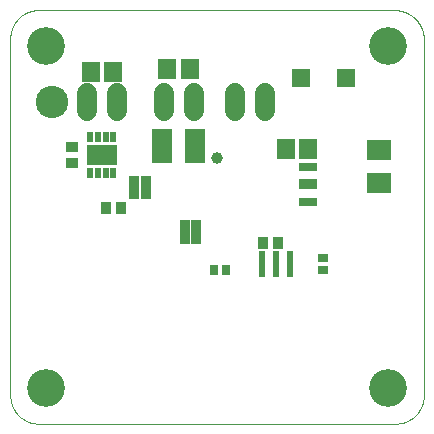
<source format=gbs>
G04 EAGLE Gerber RS-274X export*
G75*
%MOMM*%
%FSLAX35Y35*%
%LPD*%
%INsolder_mask_bottom*%
%IPPOS*%
%AMOC8*
5,1,8,0,0,1.08239X$1,22.5*%
G01*
%ADD10C,0.000000*%
%ADD11R,1.503200X1.703200*%
%ADD12R,1.103200X0.903200*%
%ADD13R,0.903200X1.103200*%
%ADD14R,1.603200X1.603200*%
%ADD15R,2.603200X1.703200*%
%ADD16R,0.553200X0.853200*%
%ADD17R,1.803200X2.903200*%
%ADD18C,1.703200*%
%ADD19R,0.603200X2.203200*%
%ADD20R,0.903200X0.803200*%
%ADD21R,2.003200X1.803200*%
%ADD22R,0.803200X0.903200*%
%ADD23C,2.743200*%
%ADD24R,0.853200X0.503200*%
%ADD25R,1.603200X0.773200*%
%ADD26R,1.603200X0.853200*%
%ADD27C,3.203200*%
%ADD28C,1.003200*%


D10*
X250000Y0D02*
X3250000Y0D01*
X3500000Y225000D02*
X3500000Y3275000D01*
X3225000Y3500000D02*
X250000Y3500000D01*
X0Y3275000D02*
X0Y225000D01*
X0Y3275000D02*
X371Y3280735D01*
X881Y3286460D01*
X1529Y3292170D01*
X2315Y3297864D01*
X3238Y3303536D01*
X4298Y3309185D01*
X5494Y3314806D01*
X6826Y3320397D01*
X8292Y3325954D01*
X9892Y3331474D01*
X11626Y3336954D01*
X13491Y3342390D01*
X15487Y3347780D01*
X17612Y3353120D01*
X19866Y3358406D01*
X22247Y3363637D01*
X24754Y3368809D01*
X27385Y3373919D01*
X30138Y3378963D01*
X33013Y3383940D01*
X36007Y3388846D01*
X39119Y3393678D01*
X42347Y3398433D01*
X45688Y3403109D01*
X49142Y3407703D01*
X52706Y3412212D01*
X56377Y3416633D01*
X60154Y3420965D01*
X64035Y3425204D01*
X68018Y3429348D01*
X72099Y3433395D01*
X76276Y3437342D01*
X80548Y3441186D01*
X84912Y3444927D01*
X89365Y3448561D01*
X93904Y3452086D01*
X98527Y3455500D01*
X103231Y3458802D01*
X108014Y3461989D01*
X112872Y3465060D01*
X117803Y3468012D01*
X122804Y3470844D01*
X127872Y3473555D01*
X133003Y3476142D01*
X138196Y3478605D01*
X143447Y3480942D01*
X148753Y3483150D01*
X154111Y3485230D01*
X159517Y3487180D01*
X164969Y3488999D01*
X170463Y3490686D01*
X175997Y3492239D01*
X181566Y3493658D01*
X187168Y3494942D01*
X192799Y3496090D01*
X198457Y3497102D01*
X204137Y3497977D01*
X209837Y3498715D01*
X215553Y3499314D01*
X221281Y3499775D01*
X227020Y3500098D01*
X232764Y3500282D01*
X238511Y3500327D01*
X244257Y3500233D01*
X250000Y3500000D01*
X3225000Y3500000D02*
X3231143Y3500538D01*
X3237297Y3500926D01*
X3243459Y3501162D01*
X3249625Y3501247D01*
X3255791Y3501180D01*
X3261953Y3500962D01*
X3268109Y3500594D01*
X3274253Y3500074D01*
X3280383Y3499403D01*
X3286494Y3498582D01*
X3292584Y3497612D01*
X3298648Y3496492D01*
X3304682Y3495224D01*
X3310684Y3493808D01*
X3316649Y3492246D01*
X3322574Y3490537D01*
X3328455Y3488684D01*
X3334289Y3486686D01*
X3340072Y3484546D01*
X3345801Y3482265D01*
X3351472Y3479844D01*
X3357083Y3477285D01*
X3362628Y3474588D01*
X3368106Y3471757D01*
X3373512Y3468792D01*
X3378845Y3465694D01*
X3384099Y3462467D01*
X3389273Y3459113D01*
X3394363Y3455632D01*
X3399366Y3452027D01*
X3404279Y3448300D01*
X3409099Y3444454D01*
X3413823Y3440491D01*
X3418449Y3436414D01*
X3422973Y3432224D01*
X3427393Y3427924D01*
X3431706Y3423517D01*
X3435909Y3419005D01*
X3440001Y3414392D01*
X3443978Y3409679D01*
X3447839Y3404871D01*
X3451580Y3399969D01*
X3455199Y3394977D01*
X3458695Y3389897D01*
X3462066Y3384733D01*
X3465309Y3379489D01*
X3468422Y3374166D01*
X3471403Y3368768D01*
X3474251Y3363299D01*
X3476964Y3357761D01*
X3479540Y3352159D01*
X3481978Y3346495D01*
X3484276Y3340773D01*
X3486433Y3334996D01*
X3488448Y3329168D01*
X3490319Y3323292D01*
X3492045Y3317372D01*
X3493626Y3311412D01*
X3495060Y3305415D01*
X3496346Y3299384D01*
X3497484Y3293323D01*
X3498472Y3287237D01*
X3499311Y3281128D01*
X3500000Y3275000D01*
X3500000Y225000D02*
X3499629Y219265D01*
X3499119Y213540D01*
X3498471Y207830D01*
X3497685Y202136D01*
X3496762Y196464D01*
X3495702Y190815D01*
X3494506Y185194D01*
X3493174Y179603D01*
X3491708Y174046D01*
X3490108Y168526D01*
X3488374Y163046D01*
X3486509Y157610D01*
X3484513Y152220D01*
X3482388Y146880D01*
X3480134Y141594D01*
X3477753Y136363D01*
X3475246Y131191D01*
X3472615Y126081D01*
X3469862Y121037D01*
X3466987Y116060D01*
X3463993Y111154D01*
X3460881Y106322D01*
X3457653Y101567D01*
X3454312Y96891D01*
X3450858Y92297D01*
X3447294Y87788D01*
X3443623Y83367D01*
X3439846Y79035D01*
X3435965Y74796D01*
X3431982Y70652D01*
X3427901Y66605D01*
X3423724Y62658D01*
X3419452Y58814D01*
X3415088Y55073D01*
X3410635Y51439D01*
X3406096Y47914D01*
X3401473Y44500D01*
X3396769Y41198D01*
X3391986Y38011D01*
X3387128Y34940D01*
X3382197Y31988D01*
X3377196Y29156D01*
X3372128Y26445D01*
X3366997Y23858D01*
X3361804Y21395D01*
X3356553Y19058D01*
X3351247Y16850D01*
X3345889Y14770D01*
X3340483Y12820D01*
X3335031Y11001D01*
X3329537Y9314D01*
X3324003Y7761D01*
X3318434Y6342D01*
X3312832Y5058D01*
X3307201Y3910D01*
X3301543Y2898D01*
X3295863Y2023D01*
X3290163Y1285D01*
X3284447Y686D01*
X3278719Y225D01*
X3272980Y-98D01*
X3267236Y-282D01*
X3261489Y-327D01*
X3255743Y-233D01*
X3250000Y0D01*
X250000Y0D02*
X244257Y-233D01*
X238511Y-327D01*
X232764Y-282D01*
X227020Y-98D01*
X221281Y225D01*
X215553Y686D01*
X209837Y1285D01*
X204137Y2023D01*
X198457Y2898D01*
X192799Y3910D01*
X187168Y5058D01*
X181566Y6342D01*
X175997Y7761D01*
X170463Y9314D01*
X164969Y11001D01*
X159517Y12820D01*
X154111Y14770D01*
X148753Y16850D01*
X143447Y19058D01*
X138196Y21395D01*
X133003Y23858D01*
X127872Y26445D01*
X122804Y29156D01*
X117803Y31988D01*
X112872Y34940D01*
X108014Y38011D01*
X103231Y41198D01*
X98527Y44500D01*
X93904Y47914D01*
X89365Y51439D01*
X84912Y55073D01*
X80548Y58814D01*
X76276Y62658D01*
X72099Y66605D01*
X68018Y70652D01*
X64035Y74796D01*
X60154Y79035D01*
X56377Y83367D01*
X52706Y87788D01*
X49142Y92297D01*
X45688Y96891D01*
X42347Y101567D01*
X39119Y106322D01*
X36007Y111154D01*
X33013Y116060D01*
X30138Y121037D01*
X27385Y126081D01*
X24754Y131191D01*
X22247Y136363D01*
X19866Y141594D01*
X17612Y146880D01*
X15487Y152220D01*
X13491Y157610D01*
X11626Y163046D01*
X9892Y168526D01*
X8292Y174046D01*
X6826Y179603D01*
X5494Y185194D01*
X4298Y190815D01*
X3238Y196464D01*
X2315Y202136D01*
X1529Y207830D01*
X881Y213540D01*
X371Y219265D01*
X0Y225000D01*
X3225000Y3500000D02*
X3231143Y3500538D01*
X3237297Y3500926D01*
X3243459Y3501162D01*
X3249625Y3501247D01*
X3255791Y3501180D01*
X3261953Y3500962D01*
X3268109Y3500594D01*
X3274253Y3500074D01*
X3280383Y3499403D01*
X3286494Y3498582D01*
X3292584Y3497612D01*
X3298648Y3496492D01*
X3304682Y3495224D01*
X3310684Y3493808D01*
X3316649Y3492246D01*
X3322574Y3490537D01*
X3328455Y3488684D01*
X3334289Y3486686D01*
X3340072Y3484546D01*
X3345801Y3482265D01*
X3351472Y3479844D01*
X3357083Y3477285D01*
X3362628Y3474588D01*
X3368106Y3471757D01*
X3373512Y3468792D01*
X3378845Y3465694D01*
X3384099Y3462467D01*
X3389273Y3459113D01*
X3394363Y3455632D01*
X3399366Y3452027D01*
X3404279Y3448300D01*
X3409099Y3444454D01*
X3413823Y3440491D01*
X3418449Y3436414D01*
X3422973Y3432224D01*
X3427393Y3427924D01*
X3431706Y3423517D01*
X3435909Y3419005D01*
X3440001Y3414392D01*
X3443978Y3409679D01*
X3447839Y3404871D01*
X3451580Y3399969D01*
X3455199Y3394977D01*
X3458695Y3389897D01*
X3462066Y3384733D01*
X3465309Y3379489D01*
X3468422Y3374166D01*
X3471403Y3368768D01*
X3474251Y3363299D01*
X3476964Y3357761D01*
X3479540Y3352159D01*
X3481978Y3346495D01*
X3484276Y3340773D01*
X3486433Y3334996D01*
X3488448Y3329168D01*
X3490319Y3323292D01*
X3492045Y3317372D01*
X3493626Y3311412D01*
X3495060Y3305415D01*
X3496346Y3299384D01*
X3497484Y3293323D01*
X3498472Y3287237D01*
X3499311Y3281128D01*
X3500000Y3275000D01*
X3500000Y225000D02*
X3499629Y219265D01*
X3499119Y213540D01*
X3498471Y207830D01*
X3497685Y202136D01*
X3496762Y196464D01*
X3495702Y190815D01*
X3494506Y185194D01*
X3493174Y179603D01*
X3491708Y174046D01*
X3490108Y168526D01*
X3488374Y163046D01*
X3486509Y157610D01*
X3484513Y152220D01*
X3482388Y146880D01*
X3480134Y141594D01*
X3477753Y136363D01*
X3475246Y131191D01*
X3472615Y126081D01*
X3469862Y121037D01*
X3466987Y116060D01*
X3463993Y111154D01*
X3460881Y106322D01*
X3457653Y101567D01*
X3454312Y96891D01*
X3450858Y92297D01*
X3447294Y87788D01*
X3443623Y83367D01*
X3439846Y79035D01*
X3435965Y74796D01*
X3431982Y70652D01*
X3427901Y66605D01*
X3423724Y62658D01*
X3419452Y58814D01*
X3415088Y55073D01*
X3410635Y51439D01*
X3406096Y47914D01*
X3401473Y44500D01*
X3396769Y41198D01*
X3391986Y38011D01*
X3387128Y34940D01*
X3382197Y31988D01*
X3377196Y29156D01*
X3372128Y26445D01*
X3366997Y23858D01*
X3361804Y21395D01*
X3356553Y19058D01*
X3351247Y16850D01*
X3345889Y14770D01*
X3340483Y12820D01*
X3335031Y11001D01*
X3329537Y9314D01*
X3324003Y7761D01*
X3318434Y6342D01*
X3312832Y5058D01*
X3307201Y3910D01*
X3301543Y2898D01*
X3295863Y2023D01*
X3290163Y1285D01*
X3284447Y686D01*
X3278719Y225D01*
X3272980Y-98D01*
X3267236Y-282D01*
X3261489Y-327D01*
X3255743Y-233D01*
X3250000Y0D01*
X250000Y0D02*
X244257Y-233D01*
X238511Y-327D01*
X232764Y-282D01*
X227020Y-98D01*
X221281Y225D01*
X215553Y686D01*
X209837Y1285D01*
X204137Y2023D01*
X198457Y2898D01*
X192799Y3910D01*
X187168Y5058D01*
X181566Y6342D01*
X175997Y7761D01*
X170463Y9314D01*
X164969Y11001D01*
X159517Y12820D01*
X154111Y14770D01*
X148753Y16850D01*
X143447Y19058D01*
X138196Y21395D01*
X133003Y23858D01*
X127872Y26445D01*
X122804Y29156D01*
X117803Y31988D01*
X112872Y34940D01*
X108014Y38011D01*
X103231Y41198D01*
X98527Y44500D01*
X93904Y47914D01*
X89365Y51439D01*
X84912Y55073D01*
X80548Y58814D01*
X76276Y62658D01*
X72099Y66605D01*
X68018Y70652D01*
X64035Y74796D01*
X60154Y79035D01*
X56377Y83367D01*
X52706Y87788D01*
X49142Y92297D01*
X45688Y96891D01*
X42347Y101567D01*
X39119Y106322D01*
X36007Y111154D01*
X33013Y116060D01*
X30138Y121037D01*
X27385Y126081D01*
X24754Y131191D01*
X22247Y136363D01*
X19866Y141594D01*
X17612Y146880D01*
X15487Y152220D01*
X13491Y157610D01*
X11626Y163046D01*
X9892Y168526D01*
X8292Y174046D01*
X6826Y179603D01*
X5494Y185194D01*
X4298Y190815D01*
X3238Y196464D01*
X2315Y202136D01*
X1529Y207830D01*
X881Y213540D01*
X371Y219265D01*
X0Y225000D01*
D11*
X1330000Y3000000D03*
X1520000Y3000000D03*
D12*
X525000Y2210000D03*
X525000Y2340000D03*
D13*
X2135000Y1525000D03*
X2265000Y1525000D03*
X940000Y1825000D03*
X810000Y1825000D03*
D14*
X2460000Y2925000D03*
X2840000Y2925000D03*
D15*
X775000Y2275000D03*
D16*
X872500Y2120000D03*
X807500Y2120000D03*
X742500Y2120000D03*
X677500Y2120000D03*
X872500Y2430000D03*
X807500Y2430000D03*
X742500Y2430000D03*
X677500Y2430000D03*
D17*
X1565000Y2350000D03*
X1285000Y2350000D03*
D11*
X680000Y2975000D03*
X870000Y2975000D03*
D18*
X1552000Y2800000D02*
X1552000Y2650000D01*
X1298000Y2650000D02*
X1298000Y2800000D01*
X902000Y2800000D02*
X902000Y2650000D01*
X648000Y2650000D02*
X648000Y2800000D01*
D19*
X2370000Y1350000D03*
X2250000Y1350000D03*
X2130000Y1350000D03*
D20*
X2650000Y1400000D03*
X2650000Y1300000D03*
D18*
X2152000Y2650000D02*
X2152000Y2800000D01*
X1898000Y2800000D02*
X1898000Y2650000D01*
D21*
X3125000Y2035000D03*
X3125000Y2315000D03*
D11*
X2330000Y2325000D03*
X2520000Y2325000D03*
D22*
X1725000Y1300000D03*
X1825000Y1300000D03*
D23*
X350000Y2725000D03*
D24*
X1475000Y1550000D03*
X1475000Y1600000D03*
X1475000Y1650000D03*
X1475000Y1700000D03*
X1575000Y1700000D03*
X1575000Y1650000D03*
X1575000Y1600000D03*
X1575000Y1550000D03*
X1150000Y2075000D03*
X1150000Y2025000D03*
X1150000Y1975000D03*
X1150000Y1925000D03*
X1050000Y1925000D03*
X1050000Y1975000D03*
X1050000Y2025000D03*
X1050000Y2075000D03*
D25*
X2518500Y1875000D03*
X2518500Y2175000D03*
D26*
X2518500Y2025000D03*
D27*
X300000Y3200000D03*
X300000Y300000D03*
X3200000Y300000D03*
X3200000Y3200000D03*
D28*
X1750000Y2250000D03*
M02*

</source>
